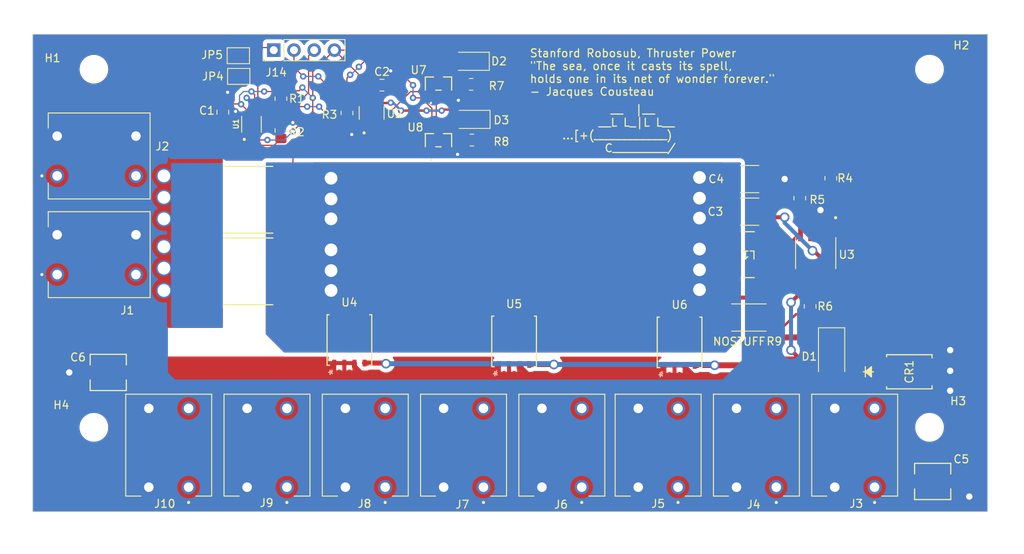
<source format=kicad_pcb>
(kicad_pcb (version 20221018) (generator pcbnew)
  (layers (0 "F.Cu" signal) (31 "B.Cu" signal) (34 "B.Paste" user) (35 "F.Paste" user) (36 "B.SilkS" user "B.Silkscreen") (37 "F.SilkS" user "F.Silkscreen") (38 "B.Mask" user) (39 "F.Mask" user) (44 "Edge.Cuts" user))
  (net 0 "")
  (net 1 "+BATT")
  (net 2 "Net-(U3-OUT)")
  (net 3 "V_BAT_THRUSTERS")
  (net 4 "THRUSTERS_GATE")
  (net 5 "Net-(D2-K)")
  (net 6 "Net-(D2-A)")
  (net 7 "Net-(D3-K)")
  (net 8 "Net-(D3-A)")
  (net 9 "THRUST_EN")
  (net 10 "Net-(U3-SW)")
  (net 11 "OCP_N")
  (net 12 "Net-(U1-LIMIT)")
  (net 13 "GATE_EN")
  (net 14 "Net-(U3-IN)")
  (net 15 "Net-(U3-RS)")
  (net 16 "Net-(U3-GATE)")
  (net 17 "GND")
  (net 18 "+5V")
  (net 19 "Sense(+)")
  (net 20 "LATCH")
  (net 21 "Net-(JP4-A)")
  (footprint "1135333_1:PHOENIX_1135333" (layer "F.Cu") (at 274.7 178.8375 180)
    (fp_text reference "J6" (at 5.5 -13.8625) (layer "F.SilkS"))
    (fp_text value "1135333" hide)
    (pad "1_1" thru_hole circle (at 2.9 -11.68 180) (size 1.8 1.8) (drill 1.2) (layers "*.Cu" "*.Mask") (net 3 "V_BAT_THRUSTERS"))
    (pad "1_2" thru_hole circle (at 2.9 -1.78 180) (size 1.8 1.8) (drill 1.2) (layers "*.Cu" "*.Mask") (net 3 "V_BAT_THRUSTERS"))
    (pad "2_1" thru_hole circle (at 7.9 -11.68 180) (size 1.8 1.8) (drill 1.2) (layers "*.Cu" "*.Mask") (net 17 "GND"))
    (pad "2_2" thru_hole circle (at 7.9 -1.78 180) (size 1.8 1.8) (drill 1.2) (layers "*.Cu" "*.Mask") (net 17 "GND"))
  )
  (footprint "Resistor_SMD:R_0805_2012Metric_Pad1.20x1.40mm_HandSolder" (layer "F.Cu") (at 257.9 139.9)
    (fp_text reference "R7" (at 3.2 0.2 180) (layer "F.SilkS"))
    (fp_text value "100" hide)
    (pad "1" smd roundrect (at -1 0) (size 1.2 1.4) (layers "F.Cu" "F.Paste" "F.Mask") (roundrect_rratio 0.2083333333) (net 17 "GND"))
    (pad "2" smd roundrect (at 1 0) (size 1.2 1.4) (layers "F.Cu" "F.Paste" "F.Mask") (roundrect_rratio 0.2083333333) (net 5 "Net-(D2-K)"))
  )
  (footprint "LED_SMD:LED_1206_3216Metric" (layer "F.Cu") (at 258 144.3 180)
    (fp_text reference "D3" (at -3.7 -0.1) (layer "F.SilkS"))
    (fp_text value "IR26-21C_L110_TR8" hide)
    (pad "1" smd roundrect (at -1.4 0 180) (size 1.25 1.75) (layers "F.Cu" "F.Paste" "F.Mask") (roundrect_rratio 0.2) (net 7 "Net-(D3-K)"))
    (pad "2" smd roundrect (at 1.4 0 180) (size 1.25 1.75) (layers "F.Cu" "F.Paste" "F.Mask") (roundrect_rratio 0.2) (net 8 "Net-(D3-A)"))
  )
  (footprint "1135333_1:PHOENIX_1135333" (layer "F.Cu") (at 217.5625 154.3 90)
    (fp_text reference "J2" (at 6.6 1.5375 180) (layer "F.SilkS"))
    (fp_text value "1135333" hide)
    (pad "1_1" thru_hole circle (at 2.9 -11.68 90) (size 1.8 1.8) (drill 1.2) (layers "*.Cu" "*.Mask") (net 1 "+BATT"))
    (pad "1_2" thru_hole circle (at 2.9 -1.78 90) (size 1.8 1.8) (drill 1.2) (layers "*.Cu" "*.Mask") (net 1 "+BATT"))
    (pad "2_1" thru_hole circle (at 7.9 -11.68 90) (size 1.8 1.8) (drill 1.2) (layers "*.Cu" "*.Mask") (net 17 "GND"))
    (pad "2_2" thru_hole circle (at 7.9 -1.78 90) (size 1.8 1.8) (drill 1.2) (layers "*.Cu" "*.Mask") (net 17 "GND"))
  )
  (footprint "Jumper:SolderJumper-2_P1.3mm_Open_Pad1.0x1.5mm" (layer "F.Cu") (at 228.65 136.3)
    (fp_text reference "JP5" (at -3.3 -0.1) (layer "F.SilkS"))
    (fp_text value "SolderJumper_2_Open" hide)
    (pad "1" smd rect (at -0.65 0) (size 1 1.5) (layers "F.Cu" "F.Mask") (net 20 "LATCH"))
    (pad "2" smd rect (at 0.65 0) (size 1 1.5) (layers "F.Cu" "F.Mask") (net 21 "Net-(JP4-A)"))
  )
  (footprint "1135333_1:PHOENIX_1135333" (layer "F.Cu") (at 250 178.8375 180)
    (fp_text reference "J8" (at 5.5 -13.7625) (layer "F.SilkS"))
    (fp_text value "1135333" hide)
    (pad "1_1" thru_hole circle (at 2.9 -11.68 180) (size 1.8 1.8) (drill 1.2) (layers "*.Cu" "*.Mask") (net 3 "V_BAT_THRUSTERS"))
    (pad "1_2" thru_hole circle (at 2.9 -1.78 180) (size 1.8 1.8) (drill 1.2) (layers "*.Cu" "*.Mask") (net 3 "V_BAT_THRUSTERS"))
    (pad "2_1" thru_hole circle (at 7.9 -11.68 180) (size 1.8 1.8) (drill 1.2) (layers "*.Cu" "*.Mask") (net 17 "GND"))
    (pad "2_2" thru_hole circle (at 7.9 -1.78 180) (size 1.8 1.8) (drill 1.2) (layers "*.Cu" "*.Mask") (net 17 "GND"))
  )
  (footprint "Robosub Lib:SON40P200X200X80-11N" (layer "F.Cu") (at 230.3 144.915 90)
    (fp_text reference "U1" (at 0.032 -1.9364 90) (layer "F.SilkS") (effects (font (size 0.64 0.64))))
    (fp_text value "INA300AIDSQT" hide)
    (pad "1" smd rect (at -0.985 -0.8 90) (size 0.76 0.22) (layers "F.Cu" "F.Paste" "F.Mask") (net 1 "+BATT"))
    (pad "2" smd rect (at -0.985 -0.4 90) (size 0.76 0.22) (layers "F.Cu" "F.Paste" "F.Mask") (net 19 "Sense(+)"))
    (pad "3" smd rect (at -0.985 0 90) (size 0.76 0.22) (layers "F.Cu" "F.Paste" "F.Mask") (net 12 "Net-(U1-LIMIT)"))
    (pad "4" smd rect (at -0.985 0.4 90) (size 0.76 0.22) (layers "F.Cu" "F.Paste" "F.Mask") (net 18 "+5V"))
    (pad "5" smd rect (at -0.985 0.8 90) (size 0.76 0.22) (layers "F.Cu" "F.Paste" "F.Mask") (net 11 "OCP_N"))
    (pad "6" smd rect (at 0.985 0.8 90) (size 0.76 0.22) (layers "F.Cu" "F.Paste" "F.Mask") (net 21 "Net-(JP4-A)"))
    (pad "7" smd rect (at 0.985 0.4 90) (size 0.76 0.22) (layers "F.Cu" "F.Paste" "F.Mask") (net 18 "+5V"))
    (pad "8" smd rect (at 0.985 0 90) (size 0.76 0.22) (layers "F.Cu" "F.Paste" "F.Mask") (net 17 "GND"))
    (pad "9" smd rect (at 0.985 -0.4 90) (size 0.76 0.22) (layers "F.Cu" "F.Paste" "F.Mask") (net 18 "+5V"))
    (pad "10" smd rect (at 0.985 -0.8 90) (size 0.76 0.22) (layers "F.Cu" "F.Paste" "F.Mask") (net 17 "GND"))
    (pad "11" smd rect (at 0 0 90) (size 0.9 1.5) (layers "F.Cu" "F.Mask") (net 17 "GND"))
  )
  (footprint "LED_SMD:LED_1206_3216Metric" (layer "F.Cu") (at 257.9 137 180)
    (fp_text reference "D2" (at -3.5 0 180) (layer "F.SilkS"))
    (fp_text value "IR26-21C_L110_TR8" hide)
    (pad "1" smd roundrect (at -1.4 0 180) (size 1.25 1.75) (layers "F.Cu" "F.Paste" "F.Mask") (roundrect_rratio 0.2) (net 5 "Net-(D2-K)"))
    (pad "2" smd roundrect (at 1.4 0 180) (size 1.25 1.75) (layers "F.Cu" "F.Paste" "F.Mask") (roundrect_rratio 0.2) (net 6 "Net-(D2-A)"))
  )
  (footprint "1135333_1:PHOENIX_1135333" (layer "F.Cu") (at 237.65 178.8375 180)
    (fp_text reference "J9" (at 5.45 -13.6625) (layer "F.SilkS"))
    (fp_text value "1135333" hide)
    (pad "1_1" thru_hole circle (at 2.9 -11.68 180) (size 1.8 1.8) (drill 1.2) (layers "*.Cu" "*.Mask") (net 3 "V_BAT_THRUSTERS"))
    (pad "1_2" thru_hole circle (at 2.9 -1.78 180) (size 1.8 1.8) (drill 1.2) (layers "*.Cu" "*.Mask") (net 3 "V_BAT_THRUSTERS"))
    (pad "2_1" thru_hole circle (at 7.9 -11.68 180) (size 1.8 1.8) (drill 1.2) (layers "*.Cu" "*.Mask") (net 17 "GND"))
    (pad "2_2" thru_hole circle (at 7.9 -1.78 180) (size 1.8 1.8) (drill 1.2) (layers "*.Cu" "*.Mask") (net 17 "GND"))
  )
  (footprint "Robosub Lib:BSC0702LSATMA1" (layer "F.Cu") (at 242.605 172.024501 90)
    (fp_text reference "U4" (at 4.724501 -0.005 unlocked) (layer "F.SilkS"))
    (fp_text value "BSC0702LSATMA1" hide)
    (fp_text user "*" (at -4.064 -2.032 90 unlocked) (layer "B.SilkS"))
    (fp_text user "*" (at -4.064 -2.032 90 unlocked) (layer "F.SilkS"))
    (fp_text user "*" (at -4.064 -2.032 90) (layer "F.SilkS"))
    (pad "1" smd rect (at -2.899501 -1.905 90) (size 0.850011 0.499999) (layers "F.Cu" "F.Mask") (net 3 "V_BAT_THRUSTERS"))
    (pad "2" smd rect (at -2.899501 -0.635 90) (size 0.850011 0.499999) (layers "F.Cu" "F.Mask") (net 3 "V_BAT_THRUSTERS"))
    (pad "3" smd rect (at -2.899501 0.635 90) (size 0.850011 0.499999) (layers "F.Cu" "F.Mask") (net 3 "V_BAT_THRUSTERS"))
    (pad "4" smd rect (at -2.899501 1.905 90) (size 0.850011 0.499999) (layers "F.Cu" "F.Mask") (net 4 "THRUSTERS_GATE"))
    (pad "5" smd rect (at 2.924501 1.905 90) (size 0.799998 0.599999) (layers "F.Cu" "F.Mask") (net 19 "Sense(+)"))
    (pad "6" smd rect (at 2.924501 0.635 90) (size 0.799998 0.599999) (layers "F.Cu" "F.Mask") (net 19 "Sense(+)"))
    (pad "7" smd rect (at 2.924501 -0.635 90) (size 0.799998 0.599999) (layers "F.Cu" "F.Mask") (net 19 "Sense(+)"))
    (pad "8" smd rect (at 2.924501 -1.905 90) (size 0.799998 0.599999) (layers "F.Cu" "F.Mask") (net 19 "Sense(+)"))
    (pad "9" smd roundrect (at -0.0508 -1.4224 90) (size 2.286 1.524) (layers "F.Cu" "F.Paste" "F.Mask") (net 19 "Sense(+)"))
    (pad "10" smd roundrect (at -0.0508 1.4224 90) (size 2.286 1.524) (layers "F.Cu" "F.Paste" "F.Mask") (net 19 "Sense(+)"))
  )
  (footprint "Resistor_SMD:R_0805_2012Metric_Pad1.20x1.40mm_HandSolder" (layer "F.Cu") (at 300.5 167.8 -90)
    (fp_text reference "R6" (at 0 -1.9 -180) (layer "F.SilkS"))
    (fp_text value "100" hide)
    (pad "1" smd roundrect (at -1 0 270) (size 1.2 1.4) (layers "F.Cu" "F.Paste" "F.Mask") (roundrect_rratio 0.2083333333) (net 16 "Net-(U3-GATE)"))
    (pad "2" smd roundrect (at 1 0 270) (size 1.2 1.4) (layers "F.Cu" "F.Paste" "F.Mask") (roundrect_rratio 0.2083333333) (net 4 "THRUSTERS_GATE"))
  )
  (footprint "Robosub Lib:IND_5848-WE-PD2_WRE" (layer "F.Cu") (at 292.8 161.3 180)
    (fp_text reference "L1" (at 0 0 180 unlocked) (layer "F.SilkS"))
    (fp_text value "74477420")
    (pad "1" smd rect (at -2.0193 0 180) (size 2.0574 5.5118) (layers "F.Cu" "F.Paste" "F.Mask") (net 10 "Net-(U3-SW)"))
    (pad "2" smd rect (at 2.0193 0 180) (size 2.0574 5.5118) (layers "F.Cu" "F.Paste" "F.Mask") (net 19 "Sense(+)"))
  )
  (footprint "1135333_1:PHOENIX_1135333" (layer "F.Cu") (at 286.8 178.8375 180)
    (fp_text reference "J5" (at 5.4 -13.7625) (layer "F.SilkS"))
    (fp_text value "1135333" hide)
    (pad "1_1" thru_hole circle (at 2.9 -11.68 180) (size 1.8 1.8) (drill 1.2) (layers "*.Cu" "*.Mask") (net 3 "V_BAT_THRUSTERS"))
    (pad "1_2" thru_hole circle (at 2.9 -1.78 180) (size 1.8 1.8) (drill 1.2) (layers "*.Cu" "*.Mask") (net 3 "V_BAT_THRUSTERS"))
    (pad "2_1" thru_hole circle (at 7.9 -11.68 180) (size 1.8 1.8) (drill 1.2) (layers "*.Cu" "*.Mask") (net 17 "GND"))
    (pad "2_2" thru_hole circle (at 7.9 -1.78 180) (size 1.8 1.8) (drill 1.2) (layers "*.Cu" "*.Mask") (net 17 "GND"))
  )
  (footprint "Robosub Lib:SOT-23-3_1P4X3P040_ONS" (layer "F.Cu") (at 253.8 139.8)
    (fp_text reference "U7" (at -2.5 -1.7 unlocked) (layer "F.SilkS"))
    (fp_text value "NVTR01P02LT1G" hide)
    (pad "1" smd rect (at -0.9525 1.016) (size 0.5588 1.3208) (layers "F.Cu" "F.Paste" "F.Mask") (net 11 "OCP_N"))
    (pad "2" smd rect (at 0.9525 1.016) (size 0.5588 1.3208) (layers "F.Cu" "F.Paste" "F.Mask") (net 6 "Net-(D2-A)"))
    (pad "3" smd rect (at 0 -1.016) (size 0.5588 1.3208) (layers "F.Cu" "F.Paste" "F.Mask") (net 18 "+5V"))
  )
  (footprint "Capacitor_SMD:C_1812_4532Metric_Pad1.57x3.40mm_HandSolder" (layer "F.Cu") (at 292.9 155.9)
    (fp_text reference "C3" (at -4.3 0) (layer "F.SilkS"))
    (fp_text value "1uF" hide)
    (pad "1" smd roundrect (at -2.1375 0) (size 1.575 3.4) (layers "F.Cu" "F.Paste" "F.Mask") (roundrect_rratio 0.1587301587) (net 19 "Sense(+)"))
    (pad "2" smd roundrect (at 2.1375 0) (size 1.575 3.4) (layers "F.Cu" "F.Paste" "F.Mask") (roundrect_rratio 0.1587301587) (net 2 "Net-(U3-OUT)"))
  )
  (footprint "Robosub Lib:SOIC127P600X175-8N_AUIR3241STR" (layer "F.Cu") (at 301.2 161.1 -90)
    (fp_text reference "U3" (at 0.2 -3.9 -180) (layer "F.SilkS"))
    (fp_text value "AUIR3241STR" hide)
    (pad "1" smd roundrect (at -2.475 -1.905 270) (size 1.97 0.6) (layers "F.Cu" "F.Paste" "F.Mask") (roundrect_rratio 0.07) (net 14 "Net-(U3-IN)"))
    (pad "2" smd roundrect (at -2.475 -0.635 270) (size 1.97 0.6) (layers "F.Cu" "F.Paste" "F.Mask") (roundrect_rratio 0.07) (net 17 "GND"))
    (pad "3" smd roundrect (at -2.475 0.635 270) (size 1.97 0.6) (layers "F.Cu" "F.Paste" "F.Mask") (roundrect_rratio 0.07) (net 15 "Net-(U3-RS)"))
    (pad "4" smd roundrect (at -2.475 1.905 270) (size 1.97 0.6) (layers "F.Cu" "F.Paste" "F.Mask") (roundrect_rratio 0.07) (net 10 "Net-(U3-SW)"))
    (pad "5" smd roundrect (at 2.475 1.905 270) (size 1.97 0.6) (layers "F.Cu" "F.Paste" "F.Mask") (roundrect_rratio 0.07) (net 3 "V_BAT_THRUSTERS"))
    (pad "6" smd roundrect (at 2.475 0.635 270) (size 1.97 0.6) (layers "F.Cu" "F.Paste" "F.Mask") (roundrect_rratio 0.07) (net 16 "Net-(U3-GATE)"))
    (pad "7" smd roundrect (at 2.475 -0.635 270) (size 1.97 0.6) (layers "F.Cu" "F.Paste" "F.Mask") (roundrect_rratio 0.07) (net 19 "Sense(+)"))
    (pad "8" smd roundrect (at 2.475 -1.905 270) (size 1.97 0.6) (layers "F.Cu" "F.Paste" "F.Mask") (roundrect_rratio 0.07) (net 2 "Net-(U3-OUT)"))
  )
  (footprint "Diode_SMD:D_SMA" (layer "F.Cu") (at 303.2 174 -90)
    (fp_text reference "D1" (at 0.1 2.8 -180) (layer "F.SilkS"))
    (fp_text value "1SMA5931BT3" hide)
    (pad "1" smd roundrect (at -2 0 270) (size 2.5 1.8) (layers "F.Cu" "F.Paste" "F.Mask") (roundrect_rratio 0.1388888889) (net 4 "THRUSTERS_GATE"))
    (pad "2" smd roundrect (at 2 0 270) (size 2.5 1.8) (layers "F.Cu" "F.Paste" "F.Mask") (roundrect_rratio 0.1388888889) (net 3 "V_BAT_THRUSTERS"))
  )
  (footprint "Robosub Lib:SOT95P280X145-6N" (layer "F.Cu") (at 245.4 143.5 90)
    (fp_text reference "U2" (at -0.1 2.9 180) (layer "F.SilkS"))
    (fp_text value "SN74LVC1G97DBVR" hide)
    (pad "1" smd roundrect (at -1.255 -0.95 90) (size 1.21 0.58) (layers "F.Cu" "F.Paste" "F.Mask") (roundrect_rratio 0.07) (net 17 "GND"))
    (pad "2" smd roundrect (at -1.255 0 90) (size 1.21 0.58) (layers "F.Cu" "F.Paste" "F.Mask") (roundrect_rratio 0.07) (net 17 "GND"))
    (pad "3" smd roundrect (at -1.255 0.95 90) (size 1.21 0.58) (layers "F.Cu" "F.Paste" "F.Mask") (roundrect_rratio 0.07) (net 11 "OCP_N"))
    (pad "4" smd roundrect (at 1.255 0.95 90) (size 1.21 0.58) (layers "F.Cu" "F.Paste" "F.Mask") (roundrect_rratio 0.07) (net 13 "GATE_EN"))
    (pad "5" smd roundrect (at 1.255 0 90) (size 1.21 0.58) (layers "F.Cu" "F.Paste" "F.Mask") (roundrect_rratio 0.07) (net 18 "+5V"))
    (pad "6" smd roundrect (at 1.255 -0.95 90) (size 1.21 0.58) (layers "F.Cu" "F.Paste" "F.Mask") (roundrect_rratio 0.07) (net 9 "THRUST_EN"))
  )
  (footprint "MountingHole:MountingHole_3.2mm_M3" (layer "F.Cu") (at 315.5 183)
    (fp_text reference "H3" (at 3.6 -3.3) (layer "F.SilkS"))
    (fp_text value "MountingHole" hide)
    (pad "" np_thru_hole circle (at 0 0) (size 3.2 3.2) (drill 3.2) (layers "*.Cu" "*.Mask"))
  )
  (footprint "1135333_1:PHOENIX_1135333" (layer "F.Cu") (at 217.5625 166.7 90)
    (fp_text reference "J1" (at -1.6 -2.8625 180) (layer "F.SilkS"))
    (fp_text value "1135333" hide)
    (pad "1_1" thru_hole circle (at 2.9 -11.68 90) (size 1.8 1.8) (drill 1.2) (layers "*.Cu" "*.Mask") (net 1 "+BATT"))
    (pad "1_2" thru_hole circle (at 2.9 -1.78 90) (size 1.8 1.8) (drill 1.2) (layers "*.Cu" "*.Mask") (net 1 "+BATT"))
    (pad "2_1" thru_hole circle (at 7.9 -11.68 90) (size 1.8 1.8) (drill 1.2) (layers "*.Cu" "*.Mask") (net 17 "GND"))
    (pad "2_2" thru_hole circle (at 7.9 -1.78 90) (size 1.8 1.8) (drill 1.2) (layers "*.Cu" "*.Mask") (net 17 "GND"))
  )
  (footprint "MountingHole:MountingHole_3.2mm_M3" (layer "F.Cu") (at 315.5 138)
    (fp_text reference "H2" (at 4 -3) (layer "F.SilkS"))
    (fp_text value "MountingHole" hide)
    (pad "" np_thru_hole circle (at 0 0) (size 3.2 3.2) (drill 3.2) (layers "*.Cu" "*.Mask"))
  )
  (footprint "Resistor_SMD:R_0805_2012Metric_Pad1.20x1.40mm_HandSolder" (layer "F.Cu") (at 234 145.7 90)
    (fp_text reference "R2" (at -0.2 2 180) (layer "F.SilkS"))
    (fp_text value "3k" hide)
    (pad "1" smd roundrect (at -1 0 90) (size 1.2 1.4) (layers "F.Cu" "F.Paste" "F.Mask") (roundrect_rratio 0.2083333333) (net 12 "Net-(U1-LIMIT)"))
    (pad "2" smd roundrect (at 1 0 90) (size 1.2 1.4) (layers "F.Cu" "F.Paste" "F.Mask") (roundrect_rratio 0.2083333333) (net 17 "GND"))
  )
  (footprint "Robosub Lib:BSC0702LSATMA1" (layer "F.Cu") (at 284.095 172.324501 90)
    (fp_text reference "U6" (at 4.724501 0.005 unlocked) (layer "F.SilkS"))
    (fp_text value "BSC0702LSATMA1" hide)
    (fp_text user "*" (at -4.064 -2.032 90 unlocked) (layer "B.SilkS"))
    (fp_text user "*" (at -4.064 -2.032 90) (layer "F.SilkS"))
    (fp_text user "*" (at -4.064 -2.032 90 unlocked) (layer "F.SilkS"))
    (pad "1" smd rect (at -2.899501 -1.905 90) (size 0.850011 0.499999) (layers "F.Cu" "F.Mask") (net 3 "V_BAT_THRUSTERS"))
    (pad "2" smd rect (at -2.899501 -0.635 90) (size 0.850011 0.499999) (layers "F.Cu" "F.Mask") (net 3 "V_BAT_THRUSTERS"))
    (pad "3" smd rect (at -2.899501 0.635 90) (size 0.850011 0.499999) (layers "F.Cu" "F.Mask") (net 3 "V_BAT_THRUSTERS"))
    (pad "4" smd rect (at -2.899501 1.905 90) (size 0.850011 0.499999) (layers "F.Cu" "F.Mask") (net 4 "THRUSTERS_GATE"))
    (pad "5" smd rect (at 2.924501 1.905 90) (size 0.799998 0.599999) (layers "F.Cu" "F.Mask") (net 19 "Sense(+)"))
    (pad "6" smd rect (at 2.924501 0.635 90) (size 0.799998 0.599999) (layers "F.Cu" "F.Mask") (net 19 "Sense(+)"))
    (pad "7" smd rect (at 2.924501 -0.635 90) (size 0.799998 0.599999) (layers "F.Cu" "F.Mask") (net 19 "Sense(+)"))
    (pad "8" smd rect (at 2.924501 -1.905 90) (size 0.799998 0.599999) (layers "F.Cu" "F.Mask") (net 19 "Sense(+)"))
    (pad "9" smd roundrect (at -0.0508 -1.4224 90) (size 2.286 1.524) (layers "F.Cu" "F.Paste" "F.Mask") (net 19 "Sense(+)"))
    (pad "10" smd roundrect (at -0.0508 1.4224 90) (size 2.286 1.524) (layers "F.Cu" "F.Paste" "F.Mask") (net 19 "Sense(+)"))
  )
  (footprint "Resistor_SMD:R_2512_6332Metric_Pad1.40x3.35mm_HandSolder" (layer "F.Cu") (at 292.8 169.2)
    (fp_text reference "R9" (at 3.2 3) (layer "F.SilkS"))
    (fp_text value "0 (100A)" hide)
    (pad "1" smd roundrect (at -3.05 0) (size 1.4 3.35) (layers "F.Cu" "F.Paste" "F.Mask") (roundrect_rratio 0.1785707143) (net 19 "Sense(+)"))
    (pad "2" smd roundrect (at 3.05 0) (size 1.4 3.35) (layers "F.Cu" "F.Paste" "F.Mask") (roundrect_rratio 0.1785707143) (net 4 "THRUSTERS_GATE"))
  )
  (footprint "Robosub Lib:UCB1V0R1MCL1GS" (layer "F.Cu") (at 315.9 189.8)
    (fp_text reference "C5" (at 3.6 -2.8 unlocked) (layer "F.SilkS"))
    (fp_text value "1u (electrolytic)" hide)
    (pad "1" smd rect (at -2.1082 0) (size 1.397 1.2192) (layers "F.Cu" "F.Paste" "F.Mask") (net 3 "V_BAT_THRUSTERS"))
    (pad "2" smd rect (at 2.1082 0) (size 1.397 1.2192) (layers "F.Cu" "F.Paste" "F.Mask") (net 17 "GND"))
    (zone (net 0) (net_name "") (layer "F.Cu") (connect_pads (clearance 0)) (min_thickness 0.254)
      (keepout (tracks not_allowed) (vias not_allowed) (pads allowed) (copperpour not_allowed) (footprints allowed))
      (fill (thermal_gap 0.508) (thermal_bridge_width 0.508))
      (polygon (pts (xy 313.8045 187.7045) (xy 317.9955 187.7045) (xy 317.9955 189.1396) (xy 313.8045 189.1396)))
    )
    (zone (net 0) (net_name "") (layer "F.Cu") (connect_pads (clearance 0)) (min_thickness 0.254)
      (keepout (tracks not_allowed) (vias not_allowed) (pads allowed) (copperpour not_allowed) (footprints allowed))
      (fill (thermal_gap 0.508) (thermal_bridge_width 0.508))
      (polygon (pts (xy 313.8045 190.4604) (xy 317.9955 190.4604) (xy 317.9955 191.8955) (xy 313.8045 191.8955)))
    )
    (zone (net 0) (net_name "") (layer "F.Cu") (connect_pads (clearance 0)) (min_thickness 0.254)
      (keepout (tracks not_allowed) (vias not_allowed) (pads allowed) (copperpour not_allowed) (footprints allowed))
      (fill (thermal_gap 0.508) (thermal_bridge_width 0.508))
      (polygon (pts (xy 314.5411 189.1396) (xy 317.2589 189.1396) (xy 317.2589 190.4604) (xy 314.5411 190.4604)))
    )
  )
  (footprint "Jumper:SolderJumper-2_P1.3mm_Open_Pad1.0x1.5mm" (layer "F.Cu") (at 228.7 138.9 180)
    (fp_text reference "JP4" (at 3.25 0) (layer "F.SilkS"))
    (fp_text value "SolderJumper_2_Open" hide)
    (pad "1" smd rect (at -0.65 0 180) (size 1 1.5) (layers "F.Cu" "F.Mask") (net 21 "Net-(JP4-A)"))
    (pad "2" smd rect (at 0.65 0 180) (size 1 1.5) (layers "F.Cu" "F.Mask") (net 17 "GND"))
  )
  (footprint "Capacitor_SMD:C_0805_2012Metric_Pad1.18x1.45mm_HandSolder" (layer "F.Cu") (at 246.7 140)
    (fp_text reference "C2" (at 0 -1.68) (layer "F.SilkS"))
    (fp_text value "0.1u" hide)
    (pad "1" smd roundrect (at -1.0375 0) (size 1.175 1.45) (layers "F.Cu" "F.Paste" "F.Mask") (roundrect_rratio 0.2127659574) (net 18 "+5V"))
    (pad "2" smd roundrect (at 1.0375 0) (size 1.175 1.45) (layers "F.Cu" "F.Paste" "F.Mask") (roundrect_rratio 0.2127659574) (net 17 "GND"))
  )
  (footprint "WSLP59312L000FEA:RES_WSLP5931_.002OHM_VIS" (layer "F.Cu") (at 229.9 154.4 180)
    (fp_text reference "WSLP59312L000FEA_2" hide)
    (fp_text value "2mOhm" hide)
    (pad "1" smd rect (at -5.6134 0 180) (size 4.445 8.128) (layers "F.Cu" "F.Paste" "F.Mask") (net 19 "Sense(+)"))
    (pad "2" smd rect (at 5.6134 0 180) (size 4.445 8.128) (layers "F.Cu" "F.Paste" "F.Mask") (net 1 "+BATT"))
    (zone (net 0) (net_name "") (layer "F.Cu") (connect_pads (clearance 0)) (min_thickness 0.254)
      (keepout (tracks not_allowed) (vias not_allowed) (pads allowed) (copperpour not_allowed) (footprints allowed))
      (fill (thermal_gap 0.508) (thermal_bridge_width 0.508))
      (polygon (pts (xy 233.2401 158.4132) (xy 226.5599 158.4132) (xy 226.5599 150.3868) (xy 233.2401 150.3868)))
    )
  )
  (footprint "MountingHole:MountingHole_3.2mm_M3" (layer "F.Cu") (at 210.5 183)
    (fp_text reference "H4" (at -4.1 -2.8) (layer "F.SilkS"))
    (fp_text value "MountingHole" hide)
    (pad "" np_thru_hole circle (at 0 0) (size 3.2 3.2) (drill 3.2) (layers "*.Cu" "*.Mask"))
  )
  (footprint "Robosub Lib:BSC0702LSATMA1" (layer "F.Cu") (at 263.3 172.2 90)
    (fp_text reference "U5" (at 4.7 0 unlocked) (layer "F.SilkS"))
    (fp_text value "BSC0702LSATMA1" hide)
    (fp_text user "*" (at -4.064 -2.032 90 unlocked) (layer "B.SilkS"))
    (fp_text user "*" (at -4.064 -2.032 90 unlocked) (layer "F.SilkS"))
    (fp_text user "*" (at -4.064 -2.032 90) (layer "F.SilkS"))
    (pad "1" smd rect (at -2.899501 -1.905 90) (size 0.850011 0.499999) (layers "F.Cu" "F.Mask") (net 3 "V_BAT_THRUSTERS"))
    (pad "2" smd rect (at -2.899501 -0.635 90) (size 0.850011 0.499999) (layers "F.Cu" "F.Mask") (net 3 "V_BAT_THRUSTERS"))
    (pad "3" smd rect (at -2.899501 0.635 90) (size 0.850011 0.499999) (layers "F.Cu" "F.Mask") (net 3 "V_BAT_THRUSTERS"))
    (pad "4" smd rect (at -2.899501 1.905 90) (size 0.850011 0.499999) (layers "F.Cu" "F.Mask") (net 4 "THRUSTERS_GATE"))
    (pad "5" smd rect (at 2.924501 1.905 90) (size 0.799998 0.599999) (layers "F.Cu" "F.Mask") (net 19 "Sense(+)"))
    (pad "6" smd rect (at 2.924501 0.635 90) (size 0.799998 0.599999) (layers "F.Cu" "F.Mask") (net 19 "Sense(+)"))
    (pad "7" smd rect (at 2.924501 -0.635 90) (size 0.799998 0.599999) (layers "F.Cu" "F.Mask") (net 19 "Sense(+)"))
    (pad "8" smd rect (at 2.924501 -1.905 90) (size 0.799998 0.599999) (layers "F.Cu" "F.Mask") (net 19 "Sense(+)"))
    (pad "9" smd roundrect (at -0.0508 -1.4224 90) (size 2.286 1.524) (layers "F.Cu" "F.Paste" "F.Mask") (net 19 "Sense(+)"))
    (pad "10" smd roundrect (at -0.0508 1.4224 90) (size 2.286 1.524) (layers "F.Cu" "F.Paste" "F.Mask") (net 19 "Sense(+)"))
  )
  (footprint "1135333_1:PHOENIX_1135333" (layer "F.Cu") (at 262.35 178.8375 180)
    (fp_text reference "J7" (at 5.55 -13.8625) (layer "F.SilkS"))
    (fp_text value "1135333" hide)
    (pad "1_1" thru_hole circle (at 2.9 -11.68 180) (size 1.8 1.8) (drill 1.2) (layers "*.Cu" "*.Mask") (net 3 "V_BAT_THRUSTERS"))
    (pad "1_2" thru_hole circle (at 2.9 -1.78 180) (size 1.8 1.8) (drill 1.2) (layers "*.Cu" "*.Mask") (net 3 "V_BAT_THRUSTERS"))
    (pad "2_1" thru_hole circle (at 7.9 -11.68 180) (size 1.8 1.8) (drill 1.2) (layers "*.Cu" "*.Mask") (net 17 "GND"))
    (pad "2_2" thru_hole circle (at 7.9 -1.78 180) (size 1.8 1.8) (drill 1.2) (layers "*.Cu" "*.Mask") (net 17 "GND"))
  )
  (footprint "Resistor_SMD:R_0805_2012Metric_Pad1.20x1.40mm_HandSolder" (layer "F.Cu") (at 258 146.9)
    (fp_text reference "R8" (at 3.7 0.2) (layer "F.SilkS"))
    (fp_text value "100" hide)
    (pad "1" smd roundrect (at -1 0) (size 1.2 1.4) (layers "F.Cu" "F.Paste" "F.Mask") (roundrect_rratio 0.2083333333) (net 17 "GND"))
    (pad "2" smd roundrect (at 1 0) (size 1.2 1.4) (layers "F.Cu" "F.Paste" "F.Mask") (roundrect_rratio 0.2083333333) (net 7 "Net-(D3-K)"))
  )
  (footprint "SBRT15U50SP5_13:POWERDI5_DIO" (layer "F.Cu") (at 312.9663 176.020001 90)
    (fp_text reference "CR1" (at 0 0 90 unlocked) (layer "F.SilkS"))
    (fp_text value "SBRT15U50SP5-13" hide)
    (pad "1" smd rect (at -0.920001 2.9337 180) (size 1.143 0.9906) (layers "F.Cu" "F.Paste" "F.Mask") (net 17 "GND"))
    (pad "2" smd rect (at 0.920001 2.9337 180) (size 1.143 0.9906) (layers "F.Cu" "F.Paste" "F.Mask") (net 17 "GND"))
    (pad "3" smd rect (at 0 -1.0541 180) (size 5.207 3.0988) (layers "F.Cu" "F.Paste" "F.Mask") (net 3 "V_BAT_THRUSTERS"))
  )
  (footprint "Connector_PinHeader_2.54mm:PinHeader_1x04_P2.54mm_Vertical" (layer "F.Cu") (at 233.1 135.6 90)
    (fp_text reference "J14" (at -2.8 0.3 180) (layer "F.SilkS"))
    (fp_text value "Conn_01x04" hide)
    (pad "1" thru_hole rect (at 0 0 90) (size 1.7 1.7) (drill 1) (layers "*.Cu" "*.Mask") (net 20 "LATCH"))
    (pad "2" thru_hole oval (at 0 2.54 90) (size 1.7 1.7) (drill 1) (layers "*.Cu" "*.Mask") (net 9 "THRUST_EN"))
    (pad "3" thru_hole oval (at 0 5.08 90) (size 1.7 1.7) (drill 1) (layers "*.Cu" "*.Mask") (net 11 "OCP_N"))
    (pad "4" thru_hole oval (at 0 7.62 90) (size 1.7 1.7) (drill 1) (layers "*.Cu" "*.Mask") (net 18 "+5V"))
  )
  (footprint "Resistor_SMD:R_0805_2012Metric_Pad1.20x1.40mm_HandSolder" (layer "F.Cu") (at 242.3 143.5 -90)
    (fp_text reference "R3" (at 0.2 2.2 -180) (layer "F.SilkS"))
    (fp_text value "10k" hide)
    (pad "1" smd roundrect (at -1 0 270) (size 1.2 1.4) (layers "F.Cu" "F.Paste" "F.Mask") (roundrect_rratio 0.2083333333) (net 9 "THRUST_EN"))
    (pad "2" smd roundrect (at 1 0 270) (size 1.2 1.4) (layers "F.Cu" "F.Paste" "F.Mask") (roundrect_rratio 0.2083333333) (net 17 "GND"))
  )
  (footprint "1135333_1:PHOENIX_1135333" (layer "F.Cu") (at 311.5 178.8375 180)
    (fp_text reference "J3" (at 5.2 -13.7625) (layer "F.SilkS"))
    (fp_text value "1135333" hide)
    (pad "1_1" thru_hole circle (at 2.9 -11.68 180) (size 1.8 1.8) (drill 1.2) (layers "*.Cu" "*.Mask") (net 3 "V_BAT_THRUSTERS"))
    (pad "1_2" thru_hole circle (at 2.9 -1.78 180) (size 1.8 1.8) (drill 1.2) (layers "*.Cu" "*.Mask") (net 3 "V_BAT_THRUSTERS"))
    (pad "2_1" thru_hole circle (at 7.9 -11.68 180) (size 1.8 1.8) (drill 1.2) (layers "*.Cu" "*.Mask") (net 17 "GND"))
    (pad "2_2" thru_hole circle (at 7.9 -1.78 180) (size 1.8 1.8) (drill 1.2) (layers "*.Cu" "*.Mask") (net 17 "GND"))
  )
  (footprint "Robosub Lib:SOT-23-3_1P4X3P040_ONS" (layer "F.Cu") (at 253.8 146.916)
    (fp_text reference "U8" (at -2.9 -1.616 unlocked) (layer "F.SilkS"))
    (fp_text value "NVTR01P02LT1G" hide)
    (pad "1" smd rect (at -0.9525 1.016) (size 0.5588 1.3208) (layers "F.Cu" "F.Paste" "F.Mask") (net 9 "THRUST_EN"))
    (pad "2" smd rect (at 0.9525 1.016) (size 0.5588 1.3208) (layers "F.Cu" "F.Paste" "F.Mask") (net 8 "Net-(D3-A)"))
    (pad "3" smd rect (at 0 -1.016) (size 0.5588 1.3208) (layers "F.Cu" "F.Paste" "F.Mask") (net 18 "+5V"))
  )
  (footprint "1135333_1:PHOENIX_1135333" (layer "F.Cu") (at 225.3 178.8375 180)
    (fp_text reference "J10" (at 5.9 -13.7625) (layer "F.SilkS"))
    (fp_text value "1135333" hide)
    (pad "1_1" thru_hole circle (at 2.9 -11.68 180) (size 1.8 1.8) (drill 1.2) (layers "*.Cu" "*.Mask") (net 3 "V_BAT_THRUSTERS"))
    (pad "1_2" thru_hole circle (at 2.9 -1.78 180) (size 1.8 1.8) (drill 1.2) (layers "*.Cu" "*.Mask") (net 3 "V_BAT_THRUSTERS"))
    (pad "2_1" thru_hole circle (at 7.9 -11.68 180) (size 1.8 1.8) (drill 1.2) (layers "*.Cu" "*.Mask") (net 17 "GND"))
    (pad "2_2" thru_hole circle (at 7.9 -1.78 180) (size 1.8 1.8) (drill 1.2) (layers "*.Cu" "*.Mask") (net 17 "GND"))
  )
  (footprint "Capacitor_SMD:C_1812_4532Metric_Pad1.57x3.40mm_HandSolder" (layer "F.Cu") (at 292.9 151.8)
    (fp_text reference "C4" (at -4.2 0) (layer "F.SilkS"))
    (fp_text value "1uF" hide)
    (pad "1" smd roundrect (at -2.1375 0) (size 1.575 3.4) (layers "F.Cu" "F.Paste" "F.Mask") (roundrect_rratio 0.1587301587) (net 19 "Sense(+)"))
    (pad "2" smd roundrect (at 2.1375 0) (size 1.575 3.4) (layers "F.Cu" "F.Paste" "F.Mask") (roundrect_rratio 0.1587301587) (net 17 "GND"))
  )
  (footprint "Robosub Lib:UCB1V0R1MCL1GS" (layer "F.Cu") (at 212.3 176.1 180)
    (fp_text reference "C6" (at 3.8 1.9 unlocked) (layer "F.SilkS"))
    (fp_text value "1u (electrolytic)" hide)
    (pad "1" smd rect (at -2.1082 0 180) (size 1.397 1.2192) (layers "F.Cu" "F.Paste" "F.Mask") (net 3 "V_BAT_THRUSTERS"))
    (pad "2" smd rect (at 2.1082 0 180) (size 1.397 1.2192) (layers "F.Cu" "F.Paste" "F.Mask") (net 17 "GND"))
    (zone (net 0) (net_name "") (layer "F.Cu") (connect_pads (clearance 0)) (min_thickness 0.254)
      (keepout (tracks not_allowed) (vias not_allowed) (pads allowed) (copperpour not_allowed) (footprints allowed))
      (fill (thermal_gap 0.508) (thermal_bridge_width 0.508))
      (polygon (pts (xy 213.6589 176.7604) (xy 210.9411 176.7604) (xy 210.9411 175.4396) (xy 213.6589 175.4396)))
    )
    (zone (net 0) (net_name "") (layer "F.Cu") (connect_pads (clearance 0)) (min_thickness 0.254)
      (keepout (tracks not_allowed) (vias not_allowed) (pads allowed) (copperpour not_allowed) (footprints allowed))
      (fill (thermal_gap 0.508) (thermal_bridge_width 0.508))
      (polygon (pts (xy 214.3955 175.4396) (xy 210.2045 175.4396) (xy 210.2045 174.0045) (xy 214.3955 174.0045)))
    )
    (zone (net 0) (net_name "") (layer "F.Cu") (connect_pads (clearance 0)) (min_thickness 0.254)
      (keepout (tracks not_allowed) (vias not_allowed) (pads allowed) (copperpour not_allowed) (footprints allowed))
      (fill (thermal_gap 0.508) (thermal_bridge_width 0.508))
      (polygon (pts (xy 214.3955 178.1955) (xy 210.2045 178.1955) (xy 210.2045 176.7604) (xy 214.3955 176.7604)))
    )
  )
  (footprint "Capacitor_SMD:C_0805_2012Metric_Pad1.18x1.45mm_HandSolder" (layer "F.Cu") (at 226.7 143.4 -90)
    (fp_text reference "C1" (at -0.2 2 -180) (layer "F.SilkS"))
    (fp_text value "0.1u" hide)
    (pad "1" smd roundrect (at -1.0375 0 270) (size 1.175 1.45) (layers "F.Cu" "F.Paste" "F.Mask") (roundrect_rratio 0.2127659574) (net 18 "+5V"))
    (pad "2" smd roundrect (at 1.0375 0 270) (size 1.175 1.45) (layers "F.Cu" "F.Paste" "F.Mask") (roundrect_rratio 0.2127659574) (net 17 "GND"))
  )
  (footprint "WSLP59312L000FEA:RES_WSLP5931_.002OHM_VIS" (layer "F.Cu") (at 229.9 163.4 180)
    (fp_text reference "WSLP59312L000FEA_1" hide)
    (fp_text value "2mOhm" hide)
    (pad "1" smd rect (at -5.6134 0 180) (size 4.445 8.128) (layers "F.Cu" "F.Paste" "F.Mask") (net 19 "Sense(+)"))
    (pad "2" smd rect (at 5.6134 0 180) (size 4.445 8.128) (layers "F.Cu" "F.Paste" "F.Mask") (net 1 "+BATT"))
    (zone (net 0) (net_name "") (layer "F.Cu") (connect_pads (clearance 0)) (min_thickness 0.254)
      (keepout (tracks not_allowed) (vias not_allowed) (pads allowed) (copperpour not_allowed) (footprints allowed))
      (fill (thermal_gap 0.508) (thermal_bridge_width 0.508))
      (polygon (pts (xy 233.2401 167.4132) (xy 226.5599 167.4132) (xy 226.5599 159.3868) (xy 233.2401 159.3868)))
    )
  )
  (footprint "Resistor_SMD:R_0805_2012Metric_Pad1.20x1.40mm_HandSolder" (layer "F.Cu") (at 234 141.7 -90)
    (fp_text reference "R1" (at 0 -2 -180) (layer "F.SilkS"))
    (fp_text value "10k" hide)
    (pad "1" smd roundrect (at -1 0 270) (size 1.2 1.4) (layers "F.Cu" "F.Paste" "F.Mask") (roundrect_rratio 0.2083333333) (net 18 "+5V"))
    (pad "2" smd roundrect (at 1 0 270) (size 1.2 1.4) (layers "F.Cu" "F.Paste" "F.Mask") (roundrect_rratio 0.2083333333) (net 11 "OCP_N"))
  )
  (footprint "MountingHole:MountingHole_3.2mm_M3" (layer "F.Cu") (at 210.5 138)
    (fp_text reference "H1" (at -5.2 -1.4) (layer "F.SilkS"))
    (fp_text value "MountingHole" hide)
    (pad "" np_thru_hole circle (at 0 0) (size 3.2 3.2) (drill 3.2) (layers "*.Cu" "*.Mask"))
  )
  (footprint "Resistor_SMD:R_0805_2012Metric_Pad1.20x1.40mm_HandSolder" (layer "F.Cu") (at 299.2 154.2 90)
    (fp_text reference "R5" (at -0.2 2.2 180) (layer "F.SilkS"))
    (fp_text value "10" hide)
    (pad "1" smd roundrect (at -1 0 90) (size 1.2 1.4) (layers "F.Cu" "F.Paste" "F.Mask") (roundrect_rratio 0.2083333333) (net 15 "Net-(U3-RS)"))
    (pad "2" smd roundrect (at 1 0 90) (size 1.2 1.4) (layers "F.Cu" "F.Paste" "F.Mask") (roundrect_rratio 0.2083333333) (net 17 "GND"))
  )
  (footprint "1135333_1:PHOENIX_1135333" (layer "F.Cu") (at 299.15 178.8375 180)
    (fp_text reference "J4" (at 5.75 -13.8625) (layer "F.SilkS"))
    (fp_text value "1135333" hide)
    (pad "1_1" thru_hole circle (at 2.9 -11.68 180) (size 1.8 1.8) (drill 1.2) (layers "*.Cu" "*.Mask") (net 3 "V_BAT_THRUSTERS"))
    (pad "1_2" thru_hole circle (at 2.9 -1.78 180) (size 1.8 1.8) (drill 1.2) (layers "*.Cu" "*.Mask") (net 3 "V_BAT_THRUSTERS"))
    (pad "2_1" thru_hole circle (at 7.9 -11.68 180) (size 1.8 1.8) (drill 1.2) (layers "*.Cu" "*.Mask") (net 17 "GND"))
    (pad "2_2" thru_hole circle (at 7.9 -1.78 180) (size 1.8 1.8) (drill 1.2) (layers "*.Cu" "*.Mask") (net 17 "GND"))
  )
  (footprint "Resistor_SMD:R_0805_2012Metric_Pad1.20x1.40mm_HandSolder" (layer "F.Cu") (at 303.1 151.7 -90)
    (fp_text reference "R4" (at 0 -1.8 -180) (layer "F.SilkS"))
    (fp_text value "10k" hide)
    (pad "1" smd roundrect (at -1 0 270) (size 1.2 1.4) (layers "F.Cu" "F.Paste" "F.Mask") (roundrect_rratio 0.2083333333) (net 13 "GATE_EN"))
    (pad "2" smd roundrect (at 1 0 270) (size 1.2 1.4) (layers "F.Cu" "F.Paste" "F.Mask") (roundrect_rratio 0.2083333333) (net 14 "Net-(U3-IN)"))
  )
  (gr_rect (start 202.8 133.6) (end 322.8 193.6) (stroke (width 0.1)) (fill none) (layer "Edge.Cuts"))
  (gr_text "Stanford Robosub, Thruster Power\n{dblquote}The sea, once it casts its spell, \nholds one in its net of wonder forever.{dblquote} \n- Jacques Cousteau\n" (at 265.2 141.4) (layer "F.SilkS") (effects (font (size 1 1)) (justify left bottom)))
  (gr_text "NOSTUFF" (at 288.2 172.8) (layer "F.SilkS") (effects (font (size 1 1)) (justify left bottom)))
  (gr_text "         __  |__\n       __L L_|L L__\n ...[+(____________)\n        C_________/" (at 268.5 148.5) (layer "F.SilkS") (effects (font (size 1 1)) (justify left bottom)))
  (segment (start 221.2866 151.4) (end 224.2866 154.4) (width 3) (layer "F.Cu") (net 1))
  (segment (start 229.5 145.9) (end 229.5 147) (width 0.15) (layer "F.Cu") (net 1))
  (segment (start 219.3 165.8) (end 221.8866 165.8) (width 3) (layer "F.Cu") (net 1))
  (segment (start 224.2866 163.4) (end 224.2866 154.4) (width 3) (layer "F.Cu") (net 1))
  (segment (start 229.5 147) (end 228.7 147.8) (width 0.15) (layer "F.Cu") (net 1))
  (segment (start 228.7 147.8) (end 225.3 147.8) (width 0.15) (layer "F.Cu") (net 1))
  (segment (start 219.3 151.4) (end 221.2866 151.4) (width 3) (layer "F.Cu") (net 1))
  (segment (start 221.1866 160.3) (end 224.2866 163.4) (width 3) (layer "F.Cu") (net 1))
  (segment (start 224.2866 148.8134) (end 224.2866 154.4) (width 0.15) (layer "F.Cu") (net 1))
  (segment (start 218.5 163.8) (end 219.3 163) (width 3) (layer "F.Cu") (net 1))
  (segment (start 225.3 147.8) (end 224.2866 148.8134) (width 0.15) (layer "F.Cu") (net 1))
  (segment (start 219.3 156.8) (end 221.8866 156.8) (width 3) (layer "F.Cu") (net 1))
  (segment (start 219.3 163) (end 223.8866 163) (width 3) (layer "F.Cu") (net 1))
  (segment (start 221.8866 156.8) (end 224.2866 154.4) (width 3) (layer "F.Cu") (net 1))
  (segment (start 221.8866 165.8) (end 224.2866 163.4) (width 3) (layer "F.Cu") (net 1))
  (segment (start 219.3 160.3) (end 221.1866 160.3) (width 3) (layer "F.Cu") (net 1))
  (segment (start 205.8825 151.4) (end 215.7825 151.4) (width 3) (layer "F.Cu") (net 1))
  (segment (start 215.7825 151.4) (end 219.3 151.4) (width 3) (layer "F.Cu") (net 1))
  (segment (start 215.7825 163.8) (end 218.5 163.8) (width 3) (layer "F.Cu") (net 1))
  (segment (start 219.3 154.1) (end 223.9866 154.1) (width 3) (layer "F.Cu") (net 1))
  (segment (start 205.8825 163.8) (end 215.7825 163.8) (width 3) (layer "F.Cu") (net 1))
  (via (at 219.3 163) (size 2) (drill 1.6) (layers "F.Cu" "B.Cu") (net 1))
  (via (at 219.3 154.1) (size 2) (drill 1.6) (layers "F.Cu" "B.Cu") (net 1))
  (via (at 219.3 160.3) (size 2) (drill 1.6) (layers "F.Cu" "B.Cu") (net 1))
  (via (at 219.3 165.8) (size 2) (drill 1.6) (layers "F.Cu" "B.Cu") (net 1))
  (via (at 219.3 156.8) (size 2) (drill 1.6) (layers "F.Cu" "B.Cu") (net 1))
  (via (at 219.3 151.4) (size 2) (drill 1.6) (layers "F.Cu" "B.Cu") (net 1))
  (segment (start 300.96245 160.8) (end 300.8 160.8) (width 0.508) (layer "F.Cu") (net 2))
  (segment (start 295.7375 156.6) (end 295.0375 155.9) (width 0.508) (layer "F.Cu") (net 2))
  (segment (start 297.3 156.6) (end 295.7375 156.6) (width 0.508) (layer "F.Cu") (net 2))
  (segment (start 303.105 162.94255) (end 300.96245 160.8) (width 0.508) (layer "F.Cu") (net 2))
  (via (at 297.3 156.6) (size 1.2) (drill 0.8) (layers "F.Cu" "B.Cu") (net 2))
  (via (at 300.8 160.8) (size 1.2) (drill 0.8) (layers "F.Cu" "B.Cu") (net 2))
  (segment (start 300.8 160.8) (end 297.3 157.3) (width 0.508) (layer "B.Cu") (net 2))
  (segment (start 297.3 157.3) (end 297.3 156.6) (width 0.508) (layer "B.Cu") (net 2))
  (segment (start 214.4082 176.1) (end 217.8825 176.1) (width 0.75) (layer "F.Cu") (net 3))
  (segment (start 247.1 180.6175) (end 247.1 190.5175) (width 3) (layer "F.Cu") (net 3))
  (segment (start 263.935 175.099501) (end 263.935 175.274507) (width 0.635) (layer "F.Cu") (net 3))
  (segment (start 284.73 175.224002) (end 284.73 175.399008) (width 0.635) (layer "F.Cu") (net 3))
  (segment (start 283.9 180.6175) (end 283.9 190.5175) (width 3) (layer "F.Cu") (net 3))
  (segment (start 243.24 174.924002) (end 243.24 175.364006) (width 0.635) (layer "F.Cu") (net 3))
  (segment (start 298.5825 180.6175) (end 296.25 180.6175) (width 0.75) (layer "F.Cu") (net 3))
  (segment (start 299.295 163.575) (end 299.295 166.105) (width 0.508) (layer "F.Cu") (net 3))
  (segment (start 303.2 176) (end 298.5825 180.6175) (width 0.75) (layer "F.Cu") (net 3))
  (segment (start 234.75 180.6175) (end 234.75 190.5175) (width 3) (layer "F.Cu") (net 3))
  (segment (start 284.73 175.399008) (end 286.1 176.769008) (width 0.635) (layer "F.Cu") (net 3))
  (segment (start 286.1 176.769008) (end 286.1 176.8) (width 0.635) (layer "F.Cu") (net 3))
  (segment (start 271.8 180.6175) (end 271.8 190.5175) (width 3) (layer "F.Cu") (net 3))
  (segment (start 259.45 180.6175) (end 259.45 190.5175) (width 3) (layer "F.Cu") (net 3))
  (segment (start 217.8825 176.1) (end 222.4 180.6175) (width 0.75) (layer "F.Cu") (net 3))
  (segment (start 311.9122 177.3053) (end 308.6 180.6175) (width 3) (layer "F.Cu") (net 3))
  (segment (start 282.19 175.224002) (end 282.175998 175.224002) (width 0.635) (layer "F.Cu") (net 3))
  (segment (start 300.8 176) (end 303.2 176) (width 0.508) (layer "F.Cu") (net 3))
  (segment (start 303.2 176) (end 308.6 181.4) (width 0.75) (layer "F.Cu") (net 3))
  (segment (start 244.575994 176.7) (end 244.7 176.7) (width 0.635) (layer "F.Cu") (net 3))
  (segment (start 261.395 175.105) (end 259.7 176.8) (width 0.635) (layer "F.Cu") (net 3))
  (segment (start 308.6 190.5175) (end 313.0743 190.5175) (width 0.75) (layer "F.Cu") (net 3))
  (segment (start 311.9122 176.020001) (end 311.9122 177.3053) (width 3) (layer "F.Cu") (net 3))
  (segment (start 240.7 175) (end 239.2 176.5) (width 0.635) (layer "F.Cu") (net 3))
  (segment (start 313.0743 190.5175) (end 313.7918 189.8) (width 0.75) (layer "F.Cu") (net 3))
  (segment (start 240.7 174.924002) (end 240.7 175) (width 0.635) (layer "F.Cu") (net 3))
  (segment (start 308.6 181.9) (end 308.6 190.5175) (width 3) (layer "F.Cu") (net 3))
  (segment (start 265.4 176.739507) (end 265.4 176.8) (width 0.635) (layer "F.Cu") (net 3))
  (segment (start 261.395 175.099501) (end 261.395 175.105) (width 0.635) (layer "F.Cu") (net 3))
  (segment (start 282.175998 175.224002) (end 280.9 176.5) (width 0.635) (layer "F.Cu") (net 3))
  (segment (start 263.935 175.274507) (end 265.4 176.739507) (width 0.635) (layer "F.Cu") (net 3))
  (segment (start 308.6 181.4) (end 308.6 181.9) (width 0.75) (layer "F.Cu") (net 3))
  (segment (start 296.25 180.6175) (end 296.25 190.5175) (width 3) (layer "F.Cu") (net 3))
  (segment (start 308.6 180.6175) (end 308.6 181.9) (width 3) (layer "F.Cu") (net 3))
  (segment (start 263.935 175.099501) (end 263.935 175.539505) (width 0.635) (layer "F.Cu") (net 3))
  (segment (start 222.4 180.6175) (end 222.4 190.5175) (width 3) (layer "F.Cu") (net 3))
  (segment (start 299.295 166.105) (end 298.1 167.3) (width 0.508) (layer "F.Cu") (net 3))
  (segment (start 298.1 173.3) (end 300.8 176) (width 0.508) (layer "F.Cu") (net 3))
  (segment (start 243.24 175.364006) (end 244.575994 176.7) (width 0.635) (layer "F.Cu") (net 3))
  (via (at 298.1 167.3) (size 1.2) (drill 0.8) (layers "F.Cu" "B.Cu") (net 3))
  (via (at 298.1 173.3) (size 1.2) (drill 0.8) (layers "F.Cu" "B.Cu") (net 3))
  (segment (start 298.1 167.3) (end 298.1 173.3) (width 0.508) (layer "B.Cu") (net 3))
  (segment (start 286 175.224002) (end 288.475998 175.224002) (width 0.635) (layer "F.Cu") (net 4))
  (segment (start 244.51 174.924002) (end 247.124002 174.924002) (width 0.635) (layer "F.Cu") (net 4))
  (segment (start 265.205 175.099501) (end 268.299501 175.099501) (width 0.635) (layer "F.Cu") (net 4))
  (segment (start 295.8 171.7) (end 302.9 171.7) (width 0.75) (layer "F.Cu") (net 4))
  (segment (start 247.124002 174.924002) (end 247.2 175) (width 0.635) (layer "F.Cu") (net 4))
  (segment (start 268.299501 175.099501) (end 268.3 175.1) (width 0.635) (layer "F.Cu") (net 4))
  (segment (start 300.5 168.8) (end 298.7 168.8) (width 0.3048) (layer "F.Cu") (net 4))
  (segment (start 288.5 175.2) (end 292.3 175.2) (width 0.75) (layer "F.Cu") (net 4))
  (segment (start 298.7 168.8) (end 295.8 171.7) (width 0.3048) (layer "F.Cu") (net 4))
  (segment (start 295.8 171.7) (end 295.8 169.25) (width 0.75) (layer "F.Cu") (net 4))
  (segment (start 288.475998 175.224002) (end 288.5 175.2) (width 0.635) (layer "F.Cu") (net 4))
  (segment (start 292.3 175.2) (end 295.8 171.7) (width 0.75) (layer "F.Cu") (net 4))
  (via (at 247.2 175) (size 1.2) (drill 0.8) (layers "F.Cu" "B.Cu") (net 4))
  (via (at 288.5 175.2) (size 1.2) (drill 0.8) (layers "F.Cu" "B.Cu") (net 4))
  (via (at 268.3 175.1) (size 1.2) (drill 0.8) (layers "F.Cu" "B.Cu") (net 4))
  (segment (start 247.2 175) (end 268.2 175) (width 0.635) (layer "B.Cu") (net 4))
  (segment (start 268.2 175) (end 268.3 175.1) (width 0.635) (layer "B.Cu") (net 4))
  (segment (start 288.4 175.1) (end 288.5 175.2) (width 0.635) (layer "B.Cu") (net 4))
  (segment (start 268.3 175.1) (end 288.4 175.1) (width 0.635) (layer "B.Cu") (net 4))
  (segment (start 259.3 137) (end 259.3 139.5) (width 0.15) (layer "F.Cu") (net 5))
  (segment (start 254.7525 138.7475) (end 256.5 137) (width 0.15) (layer "F.Cu") (net 6))
  (segment (start 254.7525 140.816) (end 254.7525 138.7475) (width 0.15) (layer "F.Cu") (net 6))
  (segment (start 259.4 144.3) (end 259.4 146.5) (width 0.15) (layer "F.Cu") (net 7))
  (segment (start 254.7525 146.1475) (end 256.6 144.3) (width 0.15) (layer "F.Cu") (net 8))
  (segment (start 254.7525 147.932) (end 254.7525 146.1475) (width 0.15) (layer "F.Cu") (net 8))
  (segment (start 252.9745 147.805) (end 252.9745 142.920612) (width 0.15) (layer "F.Cu") (net 9))
  (segment (start 238.7 138.9) (end 242.3 142.5) (width 0.15) (layer "F.Cu") (net 9))
  (segment (start 244.195 142.5) (end 244.45 142.245) (width 0.15) (layer "F.Cu") (net 9))
  (segment (start 235.64 135.6) (end 235.64 137.74) (width 0.15) (layer "F.Cu") (net 9))
  (segment (start 235.64 137.74) (end 236.8 138.9) (width 0.15) (layer "F.Cu") (net 9))
  (segment (start 252.9745 142.920612) (end 251.653888 141.6) (width 0.15) (layer "F.Cu") (net 9))
  (segment (start 247.2 136.6) (end 244.9 136.6) (width 0.15) (layer "F.Cu") (net 9))
  (segment (start 242.7 138.7) (end 242.3 139.1) (width 0.15) (layer "F.Cu") (net 9))
  (segment (start 242.3 142.5) (end 244.195 142.5) (width 0.15) (layer "F.Cu") (net 9))
  (segment (start 250.6 140) (end 247.2 136.6) (width 0.15) (layer "F.Cu") (net 9))
  (segment (start 251.653888 141.6) (end 250.6 141.6) (width 0.15) (layer "F.Cu") (net 9))
  (segment (start 244.9 136.6) (end 243.8 137.7) (width 0.15) (layer "F.Cu") (net 9))
  (segment (start 242.3 139.1) (end 242.3 142.5) (width 0.15) (layer "F.Cu") (net 9))
  (via (at 250.6 141.6) (size 0.8) (drill 0.4) (layers "F.Cu" "B.Cu") (net 9))
  (via (at 236.8 138.9) (size 0.8) (drill 0.4) (layers "F.Cu" "B.Cu") (net 9))
  (via (at 243.8 137.7) (size 0.8) (drill 0.4) (layers "F.Cu" "B.Cu") (net 9))
  (via (at 238.7 138.9) (size 0.8) (drill 0.4) (layers "F.Cu" "B.Cu") (net 9))
  (via (at 250.6 140) (size 0.8) (drill 0.4) (layers "F.Cu" "B.Cu") (net 9))
  (via (at 242.7 138.7) (size 0.8) (drill 0.4) (layers "F.Cu" "B.Cu") (net 9))
  (segment (start 243.8 137.7) (end 242.8 138.7) (width 0.15) (layer "B.Cu") (net 9))
  (segment (start 236.8 138.9) (end 238.7 138.9) (width 0.15) (layer "B.Cu") (net 9))
  (segment (start 250.6 141.6) (end 250.6 140) (width 0.15) (layer "B.Cu") (net 9))
  (segment (start 242.8 138.7) (end 242.7 138.7) (width 0.15) (layer "B.Cu") (net 9))
  (segment (start 294.8193 161.3) (end 296.62 161.3) (width 0.508) (layer "F.Cu") (net 10))
  (segment (start 296.62 161.3) (end 299.295 158.625) (width 0.508) (layer "F.Cu") (net 10))
  (segment (start 241.6 147.3) (end 244.115126 147.3) (width 0.15) (layer "F.Cu") (net 11))
  (segment (start 241 146.7) (end 241.6 147.3) (width 0.15) (layer "F.Cu") (net 11))
  (segment (start 244.115126 147.3) (end 246.35 145.065126) (width 0.15) (layer "F.Cu") (net 11))
  (segment (start 235.75 142.65) (end 237.4745 140.9255) (width 0.15) (layer "F.Cu") (net 11))
  (segment (start 231.1 145.9) (end 232 145.9) (width 0.15) (layer "F.Cu") (net 11))
  (segment (start 232.6 142.7) (end 234 142.7) (width 0.15) (layer "F.Cu") (net 11))
  (segment (start 250.289 140.816) (end 246.35 144.755) (width 0.15) (layer "F.Cu") (net 11))
  (segment (start 241 144.9) (end 241 146.7) (width 0.15) (layer "F.Cu") (net 11))
  (segment (start 237.4745 136.3055) (end 237.4745 140.9255) (width 0.15) (layer "F.Cu") (net 11))
  (segment (start 232.3 145.6) (end 232.3 143) (width 0.15) (layer "F.Cu") (net 11))
  (segment (start 235.75 142.65) (end 235.8 142.7) (width 0.15) (layer "F.Cu") (net 11))
  (segment (start 252.8475 140.816) (end 250.289 140.816) (width 0.15) (layer "F.Cu") (net 11))
  (segment (start 235.8 142.7) (end 237.3 142.7) (width 0.15) (layer "F.Cu") (net 11))
  (segment (start 238.8 142.7) (end 241 144.9) (width 0.15) (layer "F.Cu") (net 11))
  (segment (start 235.7 142.7) (end 234 142.7) (width 0.15) (layer "F.Cu") (net 11))
  (segment (start 232 145.9) (end 232.3 145.6) (width 0.15) (layer "F.Cu") (net 11))
  (segment (start 232.3 143) (end 232.6 142.7) (width 0.15) (layer "F.Cu") (net 11))
  (segment (start 238.18 135.6) (end 237.4745 136.3055) (width 0.15) (layer "F.Cu") (net 11))
  (segment (start 235.7 142.7) (end 235.75 142.65) (width 0.15) (layer "F.Cu") (net 11))
  (via (at 238.8 142.7) (size 0.8) (drill 0.4) (layers "F.Cu" "B.Cu") (net 11))
  (via (at 237.3 142.7) (size 0.8) (drill 0.4) (layers "F.Cu" "B.Cu") (net 11))
  (segment (start 237.3 142.7) (end 238.8 142.7) (width 0.15) (layer "B.Cu") (net 11))
  (segment (start 233.137701 147.562299) (end 234 146.7) (width 0.15) (layer "F.Cu") (net 12))
  (segment (start 230.3 145.9) (end 230.3 146.794269) (width 0.15) (layer "F.Cu") (net 12))
  (segment (start 230.3 146.794269) (end 231.06803 147.562299) (width 0.15) (layer "F.Cu") (net 12))
  (segment (start 231.06803 147.562299) (end 233.137701 147.562299) (width 0.15) (layer "F.Cu") (net 12))
  (segment (start 247.755 142.245) (end 247.8 142.2) (width 0.3048) (layer "F.Cu") (net 13))
  (segment (start 295.4726 143.0726) (end 303.1 150.7) (width 0.3048) (layer "F.Cu") (net 13))
  (segment (start 254.2 143.2) (end 254.3274 143.0726) (width 0.3048) (layer "F.Cu") (net 13))
  (segment (start 254.3274 143.0726) (end 295.4726 143.0726) (width 0.3048) (layer "F.Cu") (net 13))
  (segment (start 246.35 142.245) (end 247.755 142.245) (width 0.3048) (layer "F.Cu") (net 13))
  (segment (start 249.1 143.2) (end 252.3 143.2) (width 0.3048) (layer "F.Cu") (net 13))
  (via (at 247.8 142.2) (size 0.8) (drill 0.4) (layers "F.Cu" "B.Cu") (net 13))
  (via (at 249.1 143.2) (size 0.8) (drill 0.4) (layers "F.Cu" "B.Cu") (net 13))
  (via (at 252.3 143.2) (size 0.8) (drill 0.4) (layers "F.Cu" "B.Cu") (net 13))
  (via (at 254.2 143.2) (size 0.8) (drill 0.4) (layers "F.Cu" "B.Cu") (net 13))
  (segment (start 252.3 143.2) (end 254.2 143.2) (width 0.3048) (layer "B.Cu") (net 13))
  (segment (start 248.1 142.2) (end 249.1 143.2) (width 0.3048) (layer "B.Cu") (net 13))
  (segment (start 247.8 142.2) (end 248.1 142.2) (width 0.3048) (layer "B.Cu") (net 13))
  (segment (start 303.1 152.7) (end 303.1 158.62) (width 0.3048) (layer "F.Cu") (net 14))
  (segment (start 300.565 156.565) (end 300.565 158.625) (width 0.15) (layer "F.Cu") (net 15))
  (segment (start 299.2 155.2) (end 300.565 156.565) (width 0.15) (layer "F.Cu") (net 15))
  (segment (start 300.565 163.575) (end 300.565 166.735) (width 0.3048) (layer "F.Cu") (net 16))
  (segment (start 227.8375 143.3) (end 228.3 143.3) (width 0.15) (layer "F.Cu") (net 17))
  (segment (start 242.9 145.1) (end 242.9 146.2) (width 0.15) (layer "F.Cu") (net 17))
  (segment (start 247.7375 138.2625) (end 247.8 138.2) (width 0.15) (layer "F.Cu") (net 17))
  (segment (start 301.8 155.7) (end 301.8 158.59) (width 0.508) (layer "F.Cu") (net 17))
  (segment (start 318.0082 189.8) (end 318.6 189.8) (width 0.75) (layer "F.Cu") (net 17))
  (segment (start 315.9 175.1) (end 316.3 175.1) (width 0.75) (layer "F.Cu") (net 17))
  (segment (start 243.005 146.2) (end 242.9 146.2) (width 0.15) (layer "F.Cu") (net 17))
  (segment (start 315.9 176.940002) (end 317.059998 176.940002) (width 0.75) (layer "F.Cu") (net 17))
  (segment (start 228.05 138.9) (end 228.05 140.15) (width 0.15) (layer "F.Cu") (net 17))
  (segment (start 317.059998 176.940002) (end 318.1 175.9) (width 0.75) (layer "F.Cu") (net 17))
  (segment (start 230.3 144.915) (end 229.2452 144.915) (width 0.3048) (layer "F.Cu") (net 17))
  (segment (start 315.9 176.940002) (end 316.640002 176.940002) (width 0.75) (layer "F.Cu") (net 17))
  (segment (start 257 146.9) (end 256.2 147.7) (width 0.15) (layer "F.Cu") (net 17))
  (segment (start 256.2 147.7) (end 256.2 148.7) (width 0.15) (layer "F.Cu") (net 17))
  (segment (start 230.3 143.93) (end 230.3 142.2) (width 0.15) (layer "F.Cu") (net 17))
  (segment (start 247.7375 140) (end 247.7375 138.2625) (width 0.15) (layer "F.Cu") (net 17))
  (segment (start 256.9 141.3) (end 256.3 141.9) (width 0.15) (layer "F.Cu") (net 17))
  (segment (start 297.8 151.8) (end 299.2 153.2) (width 0.15) (layer "F.Cu") (net 17))
  (segment (start 228.3 143.9698) (end 228.3 143.3) (width 0.3048) (layer "F.Cu") (net 17))
  (segment (start 229.2452 144.915) (end 228.3 143.9698) (width 0.3048) (layer "F.Cu") (net 17))
  (segment (start 243.955 146.2) (end 242.9 146.2) (width 0.15) (layer "F.Cu") (net 17))
  (segment (start 316.3 175.1) (end 318.1 173.3) (width 0.75) (layer "F.Cu") (net 17))
  (segment (start 315.9 175.1) (end 317.3 175.1) (width 0.75) (layer "F.Cu") (net 17))
  (segment (start 317.3 175.1) (end 318.1 175.9) (width 0.75) (layer "F.Cu") (net 17))
  (segment (start 318.6 189.8) (end 320.5 191.7) (width 0.75) (layer "F.Cu") (net 17))
  (segment (start 226.7 144.4375) (end 227.8375 143.3) (width 0.15) (layer "F.Cu") (net 17))
  (segment (start 229.5 143.93) (end 228.93 143.93) (width 0.15) (layer "F.Cu") (net 17))
  (segment (start 242.3 144.5) (end 242.9 145.1) (width 0.15) (layer "F.Cu") (net 17))
  (segment (start 228.93 143.93) (end 228.3 143.3) (width 0.15) (layer "F.Cu") (net 17))
  (segment (start 297.3 151.8) (end 297.8 151.8) (width 0.15) (layer "F.Cu") (net 17))
  (segment (start 234 144.7) (end 235.5 144.7) (width 0.15) (layer "F.Cu") (net 17))
  (segment (start 245.4 144.755) (end 243.955 146.2) (width 0.15) (layer "F.Cu") (net 17))
  (segment (start 244.45 144.755) (end 243.005 146.2) (width 0.15) (layer "F.Cu") (net 17))
  (segment (start 256.9 139.9) (end 256.9 141.3) (width 0.15) (layer "F.Cu") (net 17))
  (segment (start 316.640002 176.940002) (end 318.1 178.4) (width 0.75) (layer "F.Cu") (net 17))
  (segment (start 228.05 140.15) (end 227.3 140.9) (width 0.15) (layer "F.Cu") (net 17))
  (segment (start 230.3 142.2) (end 229.7 141.6) (width 0.15) (layer "F.Cu") (net 17))
  (segment (start 295.0375 151.8) (end 297.3 151.8) (width 0.508) (layer "F.Cu") (net 17))
  (segment (start 207.4 176.1) (end 210.1918 176.1) (width 0.75) (layer "F.Cu") (net 17))
  (via (at 207.4 176.1) (size 1.2) (drill 0.8) (layers "F.Cu" "B.Cu") (net 17))
  (via (at 256.3 141.9) (size 0.8) (drill 0.4) (layers "F.Cu" "B.Cu") (net 17))
  (via (at 228.3 143.3) (size 0.8) (drill 0.4) (layers "F.Cu" "B.Cu") (net 17))
  (via (at 318.1 175.9) (size 1.2) (drill 0.8) (layers "F.Cu" "B.Cu") (net 17))
  (via (at 318.1 178.4) (size 1.2) (drill 0.8) (layers "F.Cu" "B.Cu") (net 17))
  (via (at 297.3 151.8) (size 1.2) (drill 0.8) (layers "F.Cu" "B.Cu") (net 17))
  (via (at 235.5 144.7) (size 0.8) (drill 0.4) (layers "F.Cu" "B.Cu") (net 17))
  (via (at 301.8 155.7) (size 1.2) (drill 0.8) (layers "F.Cu" "B.Cu") (net 17))
  (via (at 229.7 141.6) (size 0.8) (drill 0.4) (layers "F.Cu" "B.Cu") (net 17))
  (via (at 320.5 191.7) (size 1.2) (drill 0.8) (layers "F.Cu" "B.Cu") (net 17))
  (via (at 247.8 138.2) (size 0.8) (drill 0.4) (layers "F.Cu" "B.Cu") (net 17))
  (via (at 318.1 173.3) (size 1.2) (drill 0.8) (layers "F.Cu" "B.Cu") (net 17))
  (via (at 242.9 146.2) (size 0.8) (drill 0.4) (layers "F.Cu" "B.Cu") (net 17))
  (via (at 256.2 148.7) (size 0.8) (drill 0.4) (layers "F.Cu" "B.Cu") (net 17))
  (via (at 227.3 140.9) (size 0.8) (drill 0.4) (layers "F.Cu" "B.Cu") (net 17))
  (segment (start 291.25 180.6175) (end 291.25 190.5175) (width 3) (layer "B.Cu") (net 17))
  (segment (start 278.9 180.6175) (end 278.9 190.5175) (width 3) (layer "B.Cu") (net 17))
  (segment (start 205.8825 158.8) (end 215.7825 158.8) (width 3) (layer "B.Cu") (net 17))
  (segment (start 266.8 180.6175) (end 266.8 190.5175) (width 3) (layer "B.Cu") (net 17))
  (segment (start 242.1 180.6175) (end 242.1 190.5175) (width 3) (layer "B.Cu") (net 17))
  (segment (start 303.6 180.6175) (end 303.6 190.5175) (width 3) (layer "B.Cu") (net 17))
  (segment (start 205.8825 146.4) (end 215.7825 146.4) (width 3) (layer "B.Cu") (net 17))
  (segment (start 229.75 180.6175) (end 229.75 190.5175) (width 3) (layer "B.Cu") (net 17))
  (segment (start 254.45 190.5175) (end 254.45 180.6175) (width 3) (layer "B.Cu") (net 17))
  (segment (start 217.4 180.6175) (end 217.4 190.5175) (width 3) (layer "B.Cu") (net 17))
  (segment (start 238 138.3) (end 238 143.3) (width 0.15) (layer "F.Cu") (net 18))
  (segment (start 230.7 145.9) (end 230.7 146.54) (width 0.15) (layer "F.Cu") (net 18))
  (segment (start 240.72 135.6) (end 238.02 138.3) (width 0.15) (layer "F.Cu") (net 18))
  (segment (start 230.7 146.54) (end 231.047777 146.887777) (width 0.15) (layer "F.Cu") (net 18))
  (segment (start 238.02 138.3) (end 238 138.3) (width 0.15) (layer "F.Cu") (net 18))
  (segment (start 253.5255 145.6255) (end 253.5255 139.0585) (width 0.15) (layer "F.Cu") (net 18))
  (segment (start 231.047777 146.887777) (end 232.3 146.887777) (width 0.15) (layer "F.Cu") (net 18))
  (segment (start 253.8 138.784) (end 250.616 135.6) (width 0.15) (layer "F.Cu") (net 18))
  (segment (start 245.4 142.245) (end 245.4 140.2625) (width 0.15) (layer "F.Cu") (net 18))
  (segment (start 245.12 140) (end 240.72 135.6) (width 0.15) (layer "F.Cu") (net 18))
  (segment (start 245.6625 140) (end 245.12 140) (width 0.15) (layer "F.Cu") (net 18))
  (segment (start 231.9 140.8) (end 233.9 140.8) (width 0.15) (layer "F.Cu") (net 18))
  (segment (start 229.9 143.93) (end 229.9 143.3) (width 0.15) (layer "F.Cu") (net 18))
  (segment (start 226.7 142.3625) (end 228.9625 142.3625) (width 0.15) (layer "F.Cu") (net 18))
  (segment (start 234 140.7) (end 236.3 140.7) (width 0.15) (layer "F.Cu") (net 18))
  (segment (start 250.616 135.6) (end 240.72 135.6) (width 0.15) (layer "F.Cu") (net 18))
  (segment (start 253.8 145.9) (end 253.5255 145.6255) (width 0.15) (layer "F.Cu") (net 18))
  (segment (start 230.7 141.2) (end 230.3 140.8) (width 0.15) (layer "F.Cu") (net 18))
  (segment (start 229.9 143.3) (end 229 142.4) (width 0.15) (layer "F.Cu") (net 18))
  (segment (start 253.5255 139.0585) (end 253.8 138.784) (width 0.15) (layer "F.Cu") (net 18))
  (segment (start 230.7 143.93) (end 230.7 141.2) (width 0.15) (layer "F.Cu") (net 18))
  (segment (start 238 143.3) (end 235.5 145.8) (width 0.15) (layer "F.Cu") (net 18))
  (segment (start 236.3 140.7) (end 236.7 140.3) (width 0.15) (layer "F.Cu") (net 18))
  (segment (start 228.9625 142.3625) (end 229 142.4) (width 0.15) (layer "F.Cu") (net 18))
  (via (at 235.5 145.8) (size 0.8) (drill 0.4) (layers "F.Cu" "B.Cu") (net 18))
  (via (at 236.7 140.3) (size 0.8) (drill 0.4) (layers "F.Cu" "B.Cu") (net 18))
  (via (at 230.3 140.8) (size 0.8) (drill 0.4) (layers "F.Cu" "B.Cu") (net 18))
  (via (at 231.9 140.8) (size 0.8) (drill 0.4) (layers "F.Cu" "B.Cu") (net 18))
  (via (at 229 142.4) (size 0.8) (drill 0.4) (layers "F.Cu" "B.Cu") (net 18))
  (via (at 232.3 146.887777) (size 0.8) (drill 0.4) (layers "F.Cu" "B.Cu") (net 18))
  (via (at 238 141.6) (size 0.8) (drill 0.4) (layers "F.Cu" "B.Cu") (net 18))
  (segment (start 229 142.4) (end 228.8 142.2) (width 0.15) (layer "B.Cu") (net 18))
  (segment (start 228.8 142.2) (end 228.8 141.3) (width 0.15) (layer "B.Cu") (net 18))
  (segment (start 232.3 146.887777) (end 232.312223 146.9) (width 0.15) (layer "B.Cu") (net 18))
  (segment (start 232.312223 146.9) (end 234.4 146.9) (width 0.15) (layer "B.Cu") (net 18))
  (segment (start 236.7 140.3) (end 238 141.6) (width 0.15) (layer "B.Cu") (net 18))
  (segment (start 234.4 146.9) (end 235.5 145.8) (width 0.15) (layer "B.Cu") (net 18))
  (segment (start 228.8 141.3) (end 229.3 140.8) (width 0.15) (layer "B.Cu") (net 18))
  (segment (start 230.3 140.8) (end 231.9 140.8) (width 0.15) (layer "B.Cu") (net 18))
  (segment (start 229.3 140.8) (end 230.3 140.8) (width 0.15) (layer "B.Cu") (net 18))
  (segment (start 286 169.3) (end 287.6 167.7) (width 0.635) (layer "F.Cu") (net 19))
  (segment (start 238.2134 160.7) (end 235.5134 163.4) (width 3) (layer "F.Cu") (net 19))
  (segment (start 297.9 165.1) (end 296.3 166.7) (width 0.508) (layer "F.Cu") (net 19))
  (segment (start 240.7 169) (end 239.6 167.9) (width 0.635) (layer "F.Cu") (net 19))
  (segment (start 286 169.4) (end 286 169.3) (width 0.635) (layer "F.Cu") (net 19))
  (segment (start 298.764 162.136) (end 297.9 163) (width 0.508) (layer "F.Cu") (net 19))
  (segment (start 238.2134 151.7) (end 235.5134 154.4) (width 3) (layer "F.Cu") (net 19))
  (segment (start 240.3 165.8) (end 237.9134 165.8) (width 3) (layer "F.Cu") (net 19))
  (segment (start 301.835 162.94255) (end 301.02845 162.136) (width 0.508) (layer "F.Cu") (net 19))
  (segment (start 240.7 169.1) (end 240.7 169) (width 0.635) (layer "F.Cu") (net 19))
  (segment (start 240.3 160.7) (end 238.2134 160.7) (width 3) (layer "F.Cu") (net 19))
  (segment (start 231.011462 148) (end 234.7 148) (width 0.15) (layer "F.Cu") (net 19))
  (segment (start 234.7 148) (end 235.5134 148.8134) (width 0.15) (layer "F.Cu") (net 19))
  (segment (start 240.3 156.8) (end 237.9134 156.8) (width 3) (layer "F.Cu") (net 19))
  (segment (start 241.97 169.1) (end 241.2134 169.1) (width 0.635) (layer "F.Cu") (net 19))
  (segment (start 237.9134 156.8) (end 235.5134 154.4) (width 3) (layer "F.Cu") (net 19))
  (segment (start 282.19 169.4) (end 282.19 169.29) (width 0.635) (layer "F.Cu") (net 19))
  (segment (start 244.51 169.1) (end 244.6 169.1) (width 0.635) (layer "F.Cu") (net 19))
  (segment (start 289.8 166.7) (end 289.8 169.15) (width 0.508) (layer "F.Cu") (net 19))
  (segment (start 265.205 169.275499) (end 265.224501 169.275499) (width 0.635) (layer "F.Cu") (net 19))
  (segment (start 229.9 145.9) (end 229.9 146.888539) (width 0.15) (layer "F.Cu") (net 19))
  (segment (start 301.02845 162.136) (end 298.764 162.136) (width 0.508) (layer "F.Cu") (net 19))
  (segment (start 265.224501 169.275499) (end 267 167.5) (width 0.635) (layer "F.Cu") (net 19))
  (segment (start 240.3 163.3) (end 235.6134 163.3) (width 3) (layer "F.Cu") (net 19))
  (segment (start 240.3 154.3) (end 235.6134 154.3) (width 3) (layer "F.Cu") (net 19))
  (segment (start 229.9 146.888539) (end 231.011462 148) (width 0.15) (layer "F.Cu") (net 19))
  (segment (start 261.395 169.195) (end 259.9 167.7) (width 0.635) (layer "F.Cu") (net 19))
  (segment (start 240.3 151.7) (end 238.2134 151.7) (width 3) (layer "F.Cu") (net 19))
  (segment (start 282.19 169.29) (end 280.6 167.7) (width 0.635) (layer "F.Cu") (net 19))
  (segment (start 297.9 163) (end 297.9 165.1) (width 0.508) (layer "F.Cu") (net 19))
  (segment (start 235.5134 148.8134) (end 235.5134 154.4) (width 0.15) (layer "F.Cu") (net 19))
  (segment (start 296.3 166.7) (end 289.8 166.7) (width 0.508) (layer "F.Cu") (net 19))
  (segment (start 261.395 169.275499) (end 261.395 169.195) (width 0.635) (layer "F.Cu") (net 19))
  (segment (start 237.9134 165.8) (end 235.5134 163.4) (width 3) (layer "F.Cu") (net 19))
  (segment (start 237.6134 161.3) (end 235.5134 163.4) (width 0.635) (layer "F.Cu") (net 19))
  (segment (start 244.6 169.1) (end 246.4 167.3) (width 0.635) (layer "F.Cu") (net 19))
  (via (at 240.3 160.7) (size 2) (drill 1.6) (layers "F.Cu" "B.Cu") (net 19))
  (via (at 240.3 156.8) (size 2) (drill 1.6) (layers "F.Cu" "B.Cu") (net 19))
  (via (at 240.3 163.3) (size 2) (drill 1.6) (layers "F.Cu" "B.Cu") (net 19))
  (via (at 240.3 165.8) (size 2) (drill 1.6) (layers "F.Cu" "B.Cu") (net 19))
  (via (at 286.6 163.2) (size 2) (drill 1.6) (layers "F.Cu" "B.Cu") (net 19))
  (via (at 240.3 151.7) (size 2) (drill 1.6) (layers "F.Cu" "B.Cu") (net 19))
  (via (at 286.6 160.6) (size 2) (drill 1.6) (layers "F.Cu" "B.Cu") (net 19))
  (via (at 286.6 156.7) (size 2) (drill 1.6) (layers "F.Cu" "B.Cu") (net 19))
  (via (at 286.6 151.6) (size 2) (drill 1.6) (layers "F.Cu" "B.Cu") (net 19))
  (via (at 240.3 154.3) (size 2) (drill 1.6) (layers "F.Cu" "B.Cu") (net 19))
  (via (at 286.6 165.7) (size 2) (drill 1.6) (layers "F.Cu" "B.Cu") (net 19))
  (via (at 286.6 154.2) (size 2) (drill 1.6) (layers "F.Cu" "B.Cu") (net 19))
  (segment (start 228 136.3) (end 228 135.4) (width 0.15) (layer "F.Cu") (net 20))
  (segment (start 228 135.4) (end 228.125 135.275) (width 0.15) (layer "F.Cu") (net 20))
  (segment (start 228.125 135.275) (end 232.775 135.275) (width 0.15) (layer "F.Cu") (net 20))
  (segment (start 231.1 137.8) (end 231.1 139.1) (width 0.15) (layer "F.Cu") (net 21))
  (segment (start 229.6 136.3) (end 231.1 137.8) (width 0.15) (layer "F.Cu") (net 21))
  (segment (start 231.1 139.1) (end 231.1 143.93) (width 0.15) (layer "F.Cu") (net 21))
  (segment (start 229.2 139.1) (end 231.1 139.1) (width 0.15) (layer "F.Cu") (net 21))
  (zone (net 1) (net_name "+BATT") (layer "F.Cu") (priority 1) (connect_pads (clearance 0.508)) (min_thickness 0.25) (fill yes (thermal_gap 0.5) (thermal_bridge_width 0.5))
    (polygon (pts (xy 226.7 131) (xy 226.7 170.5) (xy 199.3 170.5) (xy 199.3 158.4) (xy 199.3 131)))
  )
  (zone (net 3) (net_name "V_BAT_THRUSTERS") (layer "F.Cu") (priority 2) (connect_pads (clearance 0.508)) (min_thickness 0.25) (fill yes (thermal_gap 0.5) (thermal_bridge_width 0.5))
    (polygon (pts (xy 314.1 174.1) (xy 314.6 174.6) (xy 314.6 195.5) (xy 212.8 195.5) (xy 212.2 194.9) (xy 212.2 174.9) (xy 213 174.1)))
  )
  (zone (net 19) (net_name "Sense(+)") (layers "F&B.Cu") (priority 3) (connect_pads (clearance 0.508)) (min_thickness 0.25) (fill yes (thermal_gap 0.5) (thermal_bridge_width 0.5))
    (polygon (pts (xy 232.1 149.7) (xy 291.8 149.7) (xy 291.8 171.7) (xy 289.9 173.6) (xy 234.4 173.6) (xy 232.1 171.3)))
  )
  (zone (net 1) (net_name "+BATT") (layer "B.Cu") (priority 4) (connect_pads (clearance 0.508)) (min_thickness 0.25) (fill yes (thermal_gap 0.5) (thermal_bridge_width 0.5))
    (polygon (pts (xy 226.7 170.5) (xy 226.7 149.8) (xy 220.2 149.8) (xy 220.2 170.2) (xy 220.5 170.5)))
  )
  (zone (net 17) (net_name "GND") (layer "B.Cu") (connect_pads (clearance 0.508)) (min_thickness 0.25) (fill yes (thermal_gap 0.5) (thermal_bridge_width 0.5) (island_removal_mode 1) (island_area_min 10))
    (polygon (pts (xy 327.2 129.3) (xy 327.2 149.5) (xy 220.3 149.5) (xy 219.8 149) (xy 219.8 176.1) (xy 220.7 177) (xy 289.5 177) (xy 291.9 174.6) (xy 291.9 146.5) (xy 292.1 146.3) (xy 326.4 146.3) (xy 327.4 147.3) (xy 327.4 197.2) (xy 325.7 198.9) (xy 198.7 198.9) (xy 198.7 129.8) (xy 199.2 129.3)))
  )
)
</source>
